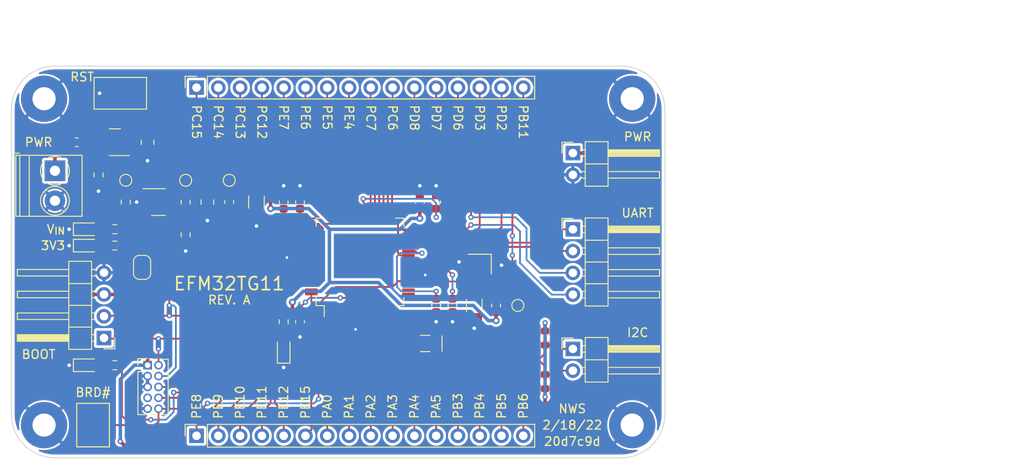
<source format=kicad_pcb>
(kicad_pcb (version 20211014) (generator pcbnew)
  (title_block (title "EFM32TG11-Core") (date "2022-02-18") (rev "A") (comment 1 "Rev A: Initial Release"))
  (layers (0 "F.Cu" mixed) (31 "B.Cu" mixed) (34 "B.Paste" user) (35 "F.Paste" user) (36 "B.SilkS" user "B.Silkscreen") (37 "F.SilkS" user "F.Silkscreen") (38 "B.Mask" user) (39 "F.Mask" user) (44 "Edge.Cuts" user))
  (property "gitHash" "20d7c9d")
  (net 0 "")
  (net 1 "Net-(C1-Pad1)")
  (net 2 "GND")
  (net 3 "+3V3")
  (net 4 "VDD")
  (net 5 "VDDA")
  (net 6 "Net-(C11-Pad1)")
  (net 7 "Net-(D1-Pad2)")
  (net 8 "Net-(D2-Pad2)")
  (net 9 "Net-(D3-Pad2)")
  (net 10 "Net-(D4-Pad2)")
  (net 11 "Net-(F1-Pad1)")
  (net 12 "Net-(F1-Pad2)")
  (net 13 "/IO Connectors/UART1_{CTS}")
  (net 14 "/IO Connectors/UART1_{RTS}")
  (net 15 "/IO Connectors/UART1_{TX}")
  (net 16 "/IO Connectors/UART1_{RX}")
  (net 17 "/IO Connectors/I2C1_{SDA}")
  (net 18 "/IO Connectors/I2C1_{SCL}")
  (net 19 "/MCU/TX_{BOOT}")
  (net 20 "/MCU/RX_{BOOT}")
  (net 21 "/MCU/~{RST}")
  (net 22 "/MCU/TDI_{JTAG}")
  (net 23 "/MCU/TDO_{JTAG}")
  (net 24 "/MCU/SWCLK")
  (net 25 "/MCU/SWDIO")
  (net 26 "/IO Connectors/PB6")
  (net 27 "/IO Connectors/PB5")
  (net 28 "/IO Connectors/PB4")
  (net 29 "/IO Connectors/PB3")
  (net 30 "/IO Connectors/PA5")
  (net 31 "/IO Connectors/PA4")
  (net 32 "/IO Connectors/PA3")
  (net 33 "/IO Connectors/PA2")
  (net 34 "/IO Connectors/PA1")
  (net 35 "/IO Connectors/PA0")
  (net 36 "/IO Connectors/PE15")
  (net 37 "/IO Connectors/PE12")
  (net 38 "/IO Connectors/PE11")
  (net 39 "/IO Connectors/PE10")
  (net 40 "/IO Connectors/PE9")
  (net 41 "/IO Connectors/PE8")
  (net 42 "/IO Connectors/PB11")
  (net 43 "/IO Connectors/PD2")
  (net 44 "/IO Connectors/PD3")
  (net 45 "/IO Connectors/PD6")
  (net 46 "/IO Connectors/PD7")
  (net 47 "/IO Connectors/PD8")
  (net 48 "/IO Connectors/PC6")
  (net 49 "/IO Connectors/PC7")
  (net 50 "/IO Connectors/PE4")
  (net 51 "/IO Connectors/PE5")
  (net 52 "/IO Connectors/PE6")
  (net 53 "/IO Connectors/PE7")
  (net 54 "/IO Connectors/PC12")
  (net 55 "/IO Connectors/PC13")
  (net 56 "/IO Connectors/PC14")
  (net 58 "/IO Connectors/PC15")
  (net 59 "Net-(R3-Pad2)")
  (net 60 "Net-(Q1-Pad1)")
  (net 61 "Net-(R1-Pad2)")
  (net 62 "/MCU/BTLDR")
  (net 63 "/MCU/USR")
  (net 64 "/MCU/PE15")
  (net 66 "/MCU/PE12")
  (net 67 "/MCU/PE11")
  (net 68 "/MCU/PE10")
  (net 69 "/MCU/PE9")
  (net 70 "/MCU/PE8")
  (net 72 "/MCU/PC15")
  (net 73 "/MCU/PC14")
  (net 74 "/MCU/PC13")
  (net 75 "/MCU/PC12")
  (net 76 "/MCU/PE7")
  (net 77 "/MCU/PE6")
  (net 78 "/MCU/PE5")
  (net 79 "/MCU/PE4")
  (net 80 "/MCU/PC7")
  (net 81 "/MCU/PC6")
  (net 82 "/MCU/PD8")
  (net 83 "/MCU/PD7")
  (net 84 "/MCU/PD6")
  (net 87 "/MCU/PD3")
  (net 88 "/MCU/PD2")
  (net 90 "/MCU/HFXTALN")
  (net 91 "/MCU/HFXTALP")
  (net 92 "/MCU/PB11")
  (net 93 "/MCU/LFXTALN")
  (net 94 "/MCU/LFXTALP")
  (net 95 "/MCU/I2C1_{SCL}")
  (net 96 "/MCU/I2C1_{SDA}")
  (net 97 "/MCU/PB6")
  (net 98 "/MCU/PB5")
  (net 99 "/MCU/PB4")
  (net 100 "/MCU/PB3")
  (net 101 "/MCU/PA5")
  (net 102 "/MCU/PA4")
  (net 103 "/MCU/PA3")
  (net 104 "/MCU/PA2")
  (net 105 "/MCU/PA1")
  (net 106 "/MCU/PA0")
  (footprint "Capacitor_SMD:C_0603_1608Metric" (layer "F.Cu") (at 144.78 106.68 -90)
    (fp_text reference "C9" hide)
    (fp_text value "10n")
  )
  (footprint "Connector_PinHeader_2.54mm:PinHeader_1x02_P2.54mm_Horizontal" (layer "F.Cu") (at 160.725 88.895)
    (fp_text reference "J2" hide)
    (fp_text value "EXT_PWR")
  )
  (footprint "TerminalBlock_Phoenix:TerminalBlock_Phoenix_PT-1,5-2-3.5-H_1x02_P3.50mm_Horizontal" (layer "F.Cu") (at 100.33 90.96 -90)
    (fp_text reference "J1" hide)
    (fp_text value "PWR_IN")
  )
  (footprint "NetTie:NetTie-2_THT_Pad0.3mm" (layer "F.Cu") (at 112.395 111.76 90)
    (fp_text reference "NT2" hide)
    (fp_text value "NetTie_2" hide)
  )
  (footprint "Inductor_SMD:L_0603_1608Metric" (layer "F.Cu") (at 120.65 94.615 90)
    (fp_text reference "FB1" hide)
    (fp_text value "1k@100MHz")
  )
  (footprint "TestPoint:TestPoint_Pad_D1.0mm" (layer "F.Cu") (at 120.65 92.075)
    (fp_text reference "TP3" hide)
    (fp_text value "TestPoint")
  )
  (footprint "Resistor_SMD:R_0603_1608Metric" (layer "F.Cu") (at 107.315 113.665 180)
    (fp_text reference "R7" hide)
    (fp_text value "2k2")
  )
  (footprint "Crystal:Crystal_SMD_2016-4Pin_2.0x1.6mm" (layer "F.Cu") (at 149.86 101.854 180)
    (fp_text reference "Y2" hide)
    (fp_text value "48MHz")
  )
  (footprint "NetTie:NetTie-2_THT_Pad0.3mm" (layer "F.Cu") (at 113.665 106.68 -90)
    (fp_text reference "NT1" hide)
    (fp_text value "NetTie_2" hide)
  )
  (footprint "Capacitor_SMD:C_0603_1608Metric" (layer "F.Cu") (at 146.685 106.68 -90)
    (fp_text reference "C10" hide)
    (fp_text value "10n")
  )
  (footprint "Diode_SMD:D_0603_1608Metric_Pad1.05x0.95mm_HandSolder" (layer "F.Cu") (at 127 111.76 90)
    (fp_text reference "D4" hide)
    (fp_text value "USR_LED")
  )
  (footprint "Capacitor_SMD:C_0805_2012Metric" (layer "F.Cu") (at 111.125 87.63 -90)
    (fp_text reference "C1" hide)
    (fp_text value "4u7")
  )
  (footprint "Capacitor_SMD:C_1206_3216Metric" (layer "F.Cu") (at 149.225 106.68 -90)
    (fp_text reference "C8" hide)
    (fp_text value "10u")
  )
  (footprint "Resistor_SMD:R_0603_1608Metric" (layer "F.Cu") (at 105.41 91.44 -90)
    (fp_text reference "R5" hide)
    (fp_text value "100k")
  )
  (footprint "Resistor_SMD:R_0603_1608Metric" (layer "F.Cu") (at 157.48 110.49 -90)
    (fp_text reference "R10" hide)
    (fp_text value "4k7")
  )
  (footprint "Jumper:SolderJumper-2_P1.3mm_Open_RoundedPad1.0x1.5mm" (layer "F.Cu") (at 110.49 102.235 -90)
    (fp_text reference "JP1" hide)
    (fp_text value "BOOT")
  )
  (footprint "Diode_SMD:D_0603_1608Metric_Pad1.05x0.95mm_HandSolder" (layer "F.Cu") (at 104.14 99.695)
    (fp_text reference "D2" hide)
    (fp_text value "3V3_LED")
  )
  (footprint "MountingHole:MountingHole_2.7mm_M2.5_Pad" (layer "F.Cu") (at 167.64 82.55)
    (fp_text reference "H3" hide)
    (fp_text value "M2.5")
  )
  (footprint "Connector_PinHeader_2.54mm:PinHeader_1x02_P2.54mm_Horizontal" (layer "F.Cu") (at 160.725 111.755)
    (fp_text reference "J4" hide)
    (fp_text value "EXT_I2C")
  )
  (footprint "MountingHole:MountingHole_2.7mm_M2.5_Pad" (layer "F.Cu") (at 99.06 82.55)
    (fp_text reference "H1" hide)
    (fp_text value "M2.5")
  )
  (footprint "Diode_SMD:D_0603_1608Metric_Pad1.05x0.95mm_HandSolder" (layer "F.Cu") (at 104.14 113.665)
    (fp_text reference "D3" hide)
    (fp_text value "BOOT_LED")
  )
  (footprint "Resistor_SMD:R_0603_1608Metric" (layer "F.Cu") (at 127 108.585 -90)
    (fp_text reference "R8" hide)
    (fp_text value "2k2")
  )
  (footprint "Package_QFP:TQFP-64_10x10mm_P0.5mm" (layer "F.Cu") (at 135.89 101.6 90)
    (fp_text reference "U2" hide)
    (fp_text value "EFM32TG11B340F64GQ64")
  )
  (footprint "Resistor_SMD:R_0603_1608Metric" (layer "F.Cu") (at 115.57 94.615 -90)
    (fp_text reference "R3" hide)
    (fp_text value "2M")
  )
  (footprint "Connector_PinSocket_2.54mm:PinSocket_1x16_P2.54mm_Vertical" (layer "F.Cu") (at 116.84 121.895 90)
    (fp_text reference "J7" hide)
    (fp_text value "GPIO_LO")
  )
  (footprint "Package_TO_SOT_SMD:SOT-23-5" (layer "F.Cu") (at 112.395 94.615)
    (fp_text reference "U1" hide)
    (fp_text value "TPS7A24")
  )
  (footprint "Crystal:Crystal_SMD_MicroCrystal_CC7V-T1A-2Pin_3.2x1.5mm" (layer "F.Cu") (at 143.51 111.125 180)
    (fp_text reference "Y1" hide)
    (fp_text value "32.7680KHz")
  )
  (footprint "Capacitor_SMD:C_0603_1608Metric" (layer "F.Cu") (at 128.905 108.585 -90)
    (fp_text reference "C7" hide)
    (fp_text value "100n")
  )
  (footprint "TestPoint:TestPoint_Pad_D1.0mm" (layer "F.Cu") (at 154.305 106.68)
    (fp_text reference "TP4" hide)
    (fp_text value "TestPoint")
  )
  (footprint "Connector_PinHeader_2.54mm:PinHeader_1x04_P2.54mm_Horizontal" (layer "F.Cu") (at 106.045 110.48 180)
    (fp_text reference "J5" hide)
    (fp_text value "BOOT")
  )
  (footprint "Capacitor_SMD:C_1206_3216Metric" (layer "F.Cu") (at 123.825 94.615 -90)
    (fp_text reference "C3" hide)
    (fp_text value "10u")
  )
  (footprint "Capacitor_SMD:C_0805_2012Metric" (layer "F.Cu") (at 118.11 94.615 -90)
    (fp_text reference "C2" hide)
    (fp_text value "4u7")
  )
  (footprint "Resistor_SMD:R_0603_1608Metric" (layer "F.Cu") (at 107.315 97.79 180)
    (fp_text reference "R2" hide)
    (fp_text value "2k2")
  )
  (footprint "Connector_PinSocket_2.54mm:PinSocket_1x16_P2.54mm_Vertical" (layer "F.Cu") (at 116.84 81.255 90)
    (fp_text reference "J8" hide)
    (fp_text value "GPIO_HI")
  )
  (footprint "Diode_SMD:D_0603_1608Metric_Pad1.05x0.95mm_HandSolder" (layer "F.Cu") (at 104.14 97.79)
    (fp_text reference "D1" hide)
    (fp_text value "PWR_LED")
  )
  (footprint "MountingHole:MountingHole_2.7mm_M2.5_Pad" (layer "F.Cu") (at 99.06 120.65)
    (fp_text reference "H2" hide)
    (fp_text value "M2.5")
  )
  (footprint "TestPoint:TestPoint_Pad_D1.0mm" (layer "F.Cu") (at 115.57 92.075)
    (fp_text reference "TP2" hide)
    (fp_text value "TestPoint")
  )
  (footprint "TestPoint:TestPoint_Pad_D1.0mm" (layer "F.Cu") (at 108.585 92.075)
    (fp_text reference "TP1" hide)
    (fp_text value "TestPoint")
  )
  (footprint "Connector_PinHeader_2.54mm:PinHeader_1x04_P2.54mm_Horizontal" (layer "F.Cu") (at 160.725 97.8)
    (fp_text reference "J3" hide)
    (fp_text value "EXT_UART")
  )
  (footprint "Capacitor_SMD:C_0603_1608Metric" (layer "F.Cu") (at 144.78 94.615 90)
    (fp_text reference "C4" hide)
    (fp_text value "100n")
  )
  (footprint "Capacitor_SMD:C_0603_1608Metric" (layer "F.Cu") (at 127 94.615 90)
    (fp_text reference "C5" hide)
    (fp_text value "100n")
  )
  (footprint "MountingHole:MountingHole_2.7mm_M2.5_Pad" (layer "F.Cu") (at 167.64 120.65)
    (fp_text reference "H4" hide)
    (fp_text value "M2.5")
  )
  (footprint "Inductor_SMD:L_0603_1608Metric" (layer "F.Cu") (at 151.765 106.68 90)
    (fp_text reference "FB2" hide)
    (fp_text value "1k@100MHz")
  )
  (footprint "Package_TO_SOT_SMD:SOT-23" (layer "F.Cu") (at 107.315 87.63 180)
    (fp_text reference "Q1" hide)
    (fp_text value "Si2301CDS")
  )
  (footprint "Capacitor_SMD:C_0603_1608Metric" (layer "F.Cu") (at 128.905 94.615 90)
    (fp_text reference "C11" hide)
    (fp_text value "1u")
  )
  (footprint "Capacitor_SMD:C_0603_1608Metric" (layer "F.Cu") (at 142.875 94.615 90)
    (fp_text reference "C6" hide)
    (fp_text value "100n")
  )
  (footprint "Resistor_SMD:R_0603_1608Metric" (layer "F.Cu") (at 157.48 115.57 90)
    (fp_text reference "R9" hide)
    (fp_text value "4k7")
  )
  (footprint "Resistor_SMD:R_0603_1608Metric" (layer "F.Cu") (at 115.57 98.425 -90)
    (fp_text reference "R6" hide)
    (fp_text value "1M2")
  )
  (footprint "Button_Switch_SMD:SW_SPST_CK_RS282G05A3" (layer "F.Cu") (at 107.95 81.915)
    (fp_text reference "SW1" hide)
    (fp_text value "SW_Push")
  )
  (footprint "Resistor_SMD:R_0603_1608Metric" (layer "F.Cu") (at 108.585 94.615 -90)
    (fp_text reference "R1" hide)
    (fp_text value "0")
  )
  (footprint "Connector_PinHeader_1.27mm:PinHeader_2x05_P1.27mm_Vertical" (layer "F.Cu") (at 111.135 113.655)
    (fp_text reference "J6" hide)
    (fp_text value "Conn_ARM_JTAG_SWD_10")
  )
  (footprint "Fuse:Fuse_0603_1608Metric" (layer "F.Cu") (at 102.87 87.63)
    (fp_text reference "F1" hide)
    (fp_text value "1A")
  )
  (footprint "Resistor_SMD:R_0603_1608Metric" (layer "F.Cu") (at 107.315 99.695 180)
    (fp_text reference "R4" hide)
    (fp_text value "2k2")
  )
  (gr_rect (start 102.87 118.11) (end 106.68 123.19) (layer "F.SilkS") (width 0.127) (fill none))
  (gr_line (start 171.45 83.82) (end 171.45 119.38) (layer "Edge.Cuts") (width 0.1))
  (gr_arc (start 100.33 124.46) (mid 96.737898 122.972102) (end 95.25 119.38) (layer "Edge.Cuts") (width 0.1))
  (gr_line (start 166.37 124.46) (end 100.33 124.46) (layer "Edge.Cuts") (width 0.1))
  (gr_arc (start 166.37 78.74) (mid 169.962102 80.227898) (end 171.45 83.82) (layer "Edge.Cuts") (width 0.1))
  (gr_line (start 100.33 78.74) (end 166.37 78.74) (layer "Edge.Cuts") (width 0.1))
  (gr_line (start 95.25 119.38) (end 95.25 83.82) (layer "Edge.Cuts") (width 0.1))
  (gr_arc (start 95.25 83.82) (mid 96.737898 80.227898) (end 100.33 78.74) (layer "Edge.Cuts") (width 0.1))
  (gr_arc (start 171.45 119.38) (mid 169.962102 122.972102) (end 166.37 124.46) (layer "Edge.Cuts") (width 0.1))
  (gr_text "V_{IN}" (at 101.6 97.79) (layer "F.SilkS") (effects (font (size 1.016 1.016) (thickness 0.1524)) (justify right)))
  (gr_text "BOOT" (at 98.425 112.395) (layer "F.SilkS") (effects (font (size 1.016 1.016) (thickness 0.1524))))
  (gr_text "PC6" (at 139.7 83.185 270) (layer "F.SilkS") (effects (font (size 1.016 1.016) (thickness 0.1524)) (justify left)))
  (gr_text "PWR" (at 168.275 86.995) (layer "F.SilkS") (effects (font (size 1.016 1.016) (thickness 0.1524))))
  (gr_text "PE6" (at 129.54 83.185 270) (layer "F.SilkS") (effects (font (size 1.016 1.016) (thickness 0.1524)) (justify left)))
  (gr_text "EFM32TG11" (at 120.65 104.14) (layer "F.SilkS") (effects (font (size 1.524 1.524) (thickness 0.2032))))
  (gr_text "PB5" (at 152.4 120.015 90) (layer "F.SilkS") (effects (font (size 1.016 1.016) (thickness 0.1524)) (justify left)))
  (gr_text "PC15" (at 116.84 83.185 270) (layer "F.SilkS") (effects (font (size 1.016 1.016) (thickness 0.1524)) (justify left)))
  (gr_text "PD2" (at 152.4 83.185 270) (layer "F.SilkS") (effects (font (size 1.016 1.016) (thickness 0.1524)) (justify left)))
  (gr_text "${gitHash}" (at 160.655 122.555) (layer "F.SilkS") (effects (font (size 1.016 1.016) (thickness 0.1524))))
  (gr_text "PA2" (at 137.16 120.015 90) (layer "F.SilkS") (effects (font (size 1.016 1.016) (thickness 0.1524)) (justify left)))
  (gr_text "PE5" (at 132.08 83.185 270) (layer "F.SilkS") (effects (font (size 1.016 1.016) (thickness 0.1524)) (justify left)))
  (gr_text "PB4" (at 149.86 120.015 90) (layer "F.SilkS") (effects (font (size 1.016 1.016) (thickness 0.1524)) (justify left)))
  (gr_text "PA3" (at 139.7 120.015 90) (layer "F.SilkS") (effects (font (size 1.016 1.016) (thickness 0.1524)) (justify left)))
  (gr_text "PE12" (at 127 120.015 90) (layer "F.SilkS") (effects (font (size 1.016 1.016) (thickness 0.1524)) (justify left)))
  (gr_text "PB3" (at 147.32 120.015 90) (layer "F.SilkS") (effects (font (size 1.016 1.016) (thickness 0.1524)) (justify left)))
  (gr_text "PC7" (at 137.16 83.185 270) (layer "F.SilkS") (effects (font (size 1.016 1.016) (thickness 0.1524)) (justify left)))
  (gr_text "PD6" (at 147.32 83.185 270) (layer "F.SilkS") (effects (font (size 1.016 1.016) (thickness 0.1524)) (justify left)))
  (gr_text "REV. A" (at 120.65 106.045) (layer "F.SilkS") (effects (font (size 1.016 1.016) (thickness 0.1524))))
  (gr_text "RST" (at 103.505 80.01) (layer "F.SilkS") (effects (font (size 1.016 1.016) (thickness 0.1524))))
  (gr_text "NWS" (at 160.655 118.745) (layer "F.SilkS") (effects (font (size 1.016 1.016) (thickness 0.1524))))
  (gr_text "PE7" (at 127 83.185 270) (layer "F.SilkS") (effects (font (size 1.016 1.016) (thickness 0.1524)) (justify left)))
  (gr_text "PD8" (at 142.24 83.185 270) (layer "F.SilkS") (effects (font (size 1.016 1.016) (thickness 0.1524)) (justify left)))
  (gr_text "PA5" (at 144.78 120.015 90) (layer "F.SilkS") (effects (font (size 1.016 1.016) (thickness 0.1524)) (justify left)))
  (gr_text "PE4" (at 134.62 83.185 270) (layer "F.SilkS") (effects (font (size 1.016 1.016) (thickness 0.1524)) (justify left)))
  (gr_text "PA4" (at 142.24 120.015 90) (layer "F.SilkS") (effects (font (size 1.016 1.016) (thickness 0.1524)) (justify left)))
  (gr_text "PWR" (at 98.425 87.63) (layer "F.SilkS") (effects (font (size 1.016 1.016) (thickness 0.1524))))
  (gr_text "PE10" (at 121.92 120.015 90) (layer "F.SilkS") (effects (font (size 1.016 1.016) (thickness 0.1524)) (justify left)))
  (gr_text "PE9" (at 119.38 120.015 90) (layer "F.SilkS") (effects (font (size 1.016 1.016) (thickness 0.1524)) (justify left)))
  (gr_text "I2C" (at 168.275 109.855) (layer "F.SilkS") (effects (font (size 1.016 1.016) (thickness 0.1524))))
  (gr_text "BRD#" (at 104.775 116.84) (layer "F.SilkS") (effects (font (size 1.016 1.016) (thickness 0.1524))))
  (gr_text "PE11" (at 124.46 120.015 90) (layer "F.SilkS") (effects (font (size 1.016 1.016) (thickness 0.1524)) (justify left)))
  (gr_text "PC12" (at 124.46 83.185 270) (layer "F.SilkS") (effects (font (size 1.016 1.016) (thickness 0.1524)) (justify left)))
  (gr_text "PE15" (at 129.54 120.015 90) (layer "F.SilkS") (effects (font (size 1.016 1.016) (thickness 0.1524)) (justify left)))
  (gr_text "3V3" (at 101.6 99.695) (layer "F.SilkS") (effects (font (size 1.016 1.016) (thickness 0.1524)) (justify right)))
  (gr_text "PC14" (at 119.38 83.185 270) (layer "F.SilkS") (effects (font (size 1.016 1.016) (thickness 0.1524)) (justify left)))
  (gr_text "PD7" (at 144.78 83.185 270) (layer "F.SilkS") (effects (font (size 1.016 1.016) (thickness 0.1524)) (justify left)))
  (gr_text "PC13" (at 121.92 83.185 270) (layer "F.SilkS") (effects (font (size 1.016 1.016) (thickness 0.1524)) (justify left)))
  (gr_text "PB11" (at 154.94 83.185 270) (layer "F.SilkS") (effects (font (size 1.016 1.016) (thickness 0.1524)) (justify left)))
  (gr_text "PE8" (at 116.84 120.015 90) (layer "F.SilkS") (effects (font (size 1.016 1.016) (thickness 0.1524)) (justify left)))
  (gr_text "PD3" (at 149.86 83.185 270) (layer "F.SilkS") (effects (font (size 1.016 1.016) (thickness 0.1524)) (justify left)))
  (gr_text "PB6" (at 154.94 120.015 90) (layer "F.SilkS") (effects (font (size 1.016 1.016) (thickness 0.1524)) (justify left)))
  (gr_text "UART" (at 168.275 95.885) (layer "F.SilkS") (effects (font (size 1.016 1.016) (thickness 0.1524))))
  (gr_text "2/18/22" (at 160.655 120.65) (layer "F.SilkS") (effects (font (size 1.016 1.016) (thickness 0.1524))))
  (gr_text "PA0" (at 132.08 120.015 90) (layer "F.SilkS") (effects (font (size 1.016 1.016) (thickness 0.1524)) (justify left)))
  (gr_text "PA1" (at 134.62 120.015 90) (layer "F.SilkS") (effects (font (size 1.016 1.016) (thickness 0.1524)) (justify left)))
  (segment (start 108.71 93.665) (end 108.585 93.79) (width 0.4064) (layer "F.Cu") (net 1))
  (segment (start 112.395 86.995) (end 112.08 86.68) (width 0.4064) (layer "F.Cu") (net 1))
  (segment (start 108.585 92.075) (end 108.585 93.79) (width 0.4064) (layer "F.Cu") (net 1))
  (segment (start 108.585 93.79) (end 107.886 93.79) (width 0.4064) (layer "F.Cu") (net 1))
  (segment (start 108.14 96.71) (end 108.14 97.79) (width 0.4064) (layer "F.Cu") (net 1))
  (segment (start 112.08 86.68) (end 111.125 86.68) (width 0.4064) (layer "F.Cu") (net 1))
  (segment (start 111.2575 93.665) (end 111.2575 91.4345) (width 0.4064) (layer "F.Cu") (net 1))
  (segment (start 107.886 93.79) (end 107.442 94.234) (width 0.4064) (layer "F.Cu") (net 1))
  (segment (start 112.395 90.297) (end 112.395 86.995) (width 0.4064) (layer "F.Cu") (net 1))
  (segment (start 111.2575 91.4345) (end 112.395 90.297) (width 0.4064) (layer "F.Cu") (net 1))
  (segment (start 107.442 94.234) (end 107.442 96.012) (width 0.4064) (layer "F.Cu") (net 1))
  (segment (start 108.2525 86.68) (end 111.125 86.68) (width 0.4064) (layer "F.Cu") (net 1))
  (segment (start 111.2575 93.665) (end 108.71 93.665) (width 0.4064) (layer "F.Cu") (net 1))
  (segment (start 107.442 96.012) (end 108.14 96.71) (width 0.4064) (layer "F.Cu") (net 1))
  (segment (start 143.002 103.124) (end 143.51 103.124) (width 0.2032) (layer "F.Cu") (net 2))
  (segment (start 128.528 101.35) (end 128.27 101.092) (width 0.2032) (layer "F.Cu") (net 2))
  (segment (start 148.378 101.304) (end 148.082 101.6) (width 0.4064) (layer "F.Cu") (net 2))
  (segment (start 103.265 113.665) (end 101.981 113.665) (width 0.4064) (layer "F.Cu") (net 2))
  (segment (start 149.225 108.155) (end 149.225 109.347) (width 0.4064) (layer "F.Cu") (net 2))
  (segment (start 144.78 93.84) (end 144.78 92.71) (width 0.4064) (layer "F.Cu") (net 2))
  (segment (start 149.16 101.304) (end 149.31 101.304) (width 0.2032) (layer "F.Cu") (net 2))
  (segment (start 128.905 93.84) (end 128.905 92.71) (width 0.4064) (layer "F.Cu") (net 2))
  (segment (start 151.215 102.404) (end 151.638 101.981) (width 0.4064) (layer "F.Cu") (net 2))
  (segment (start 111.125 88.58) (end 111.125 89.789) (width 0.4064) (layer "F.Cu") (net 2))
  (segment (start 142.728 102.85) (end 143.002 103.124) (width 0.2032) (layer "F.Cu") (net 2))
  (segment (start 149.31 101.304) (end 150.41 102.404) (width 0.254) (layer "F.Cu") (net 2))
  (segment (start 135.382 108.839) (end 135.382 109.474) (width 0.2032) (layer "F.Cu") (net 2))
  (segment (start 115.57 99.25) (end 115.57 100.33) (width 0.4064) (layer "F.Cu") (net 2))
  (segment (start 127 112.635) (end 127 113.919) (width 0.4064) (layer "F.Cu") (net 2))
  (segment (start 150.56 102.404) (end 151.215 102.404) (width 0.4064) (layer "F.Cu") (net 2))
  (segment (start 103.265 97.79) (end 101.981 97.79) (width 0.4064) (layer "F.Cu") (net 2))
  (segment (start 128.905 109.36) (end 128.905 110.363) (width 0.4064) (layer "F.Cu") (net 2))
  (segment (start 103.265 99.695) (end 101.981 99.695) (width 0.4064) (layer "F.Cu") (net 2))
  (segment (start 104.05 81.915) (end 105.537 81.915) (width 0.4064) (layer "F.Cu") (net 2))
  (segment (start 151.638 101.981) (end 152.4 101.981) (width 0.4064) (layer "F.Cu") (net 2))
  (segment (start 141.5525 102.85) (end 142.728 102.85) (width 0.2032) (layer "F.Cu") (net 2))
  (segment (start 142.875 93.84) (end 142.875 92.71) (width 0.4064) (layer "F.Cu") (net 2))
  (segment (start 146.685 107.455) (end 146.685 108.585) (width 0.4064) (layer "F.Cu") (net 2))
  (segment (start 118.11 95.565) (end 118.11 96.774) (width 0.4064) (layer "F.Cu") (net 2))
  (segment (start 127 93.84) (end 127 92.71) (width 0.4064) (layer "F.Cu") (net 2))
  (segment (start 130.2275 101.35) (end 128.528 101.35) (width 0.2032) (layer "F.Cu") (net 2))
  (segment (start 105.41 92.265) (end 105.41 93.345) (width 0.4064) (layer "F.Cu") (net 2))
  (segment (start 144.78 107.455) (end 144.78 108.585) (width 0.4064) (layer "F.Cu") (net 2))
  (segment (start 128.27 101.092) (end 127.381 101.092) (width 0.2032) (layer "F.Cu") (net 2))
  (segment (start 150.41 102.404) (end 150.56 102.404) (width 0.2032) (layer "F.Cu") (net 2))
  (segment (start 123.825 96.09) (end 123.825 97.409) (width 0.4064) (layer "F.Cu") (net 2))
  (segment (start 148.082 101.6) (end 147.447 101.6) (width 0.4064) (layer "F.Cu") (net 2))
  (segment (start 149.16 101.304) (end 148.378 101.304) (width 0.4064) (layer "F.Cu") (net 2))
  (segment (start 135.64 108.581) (end 135.382 108.839) (width 0.2032) (layer "F.Cu") (net 2))
  (segment (start 111.2575 94.615) (end 109.855 94.615) (width 0.4064) (layer "F.Cu") (net 2))
  (segment (start 135.64 107.2625) (end 135.64 108.581) (width 0.2032) (layer "F.Cu") (net 2))
  (via (at 128.905 110.363) (size 0.8128) (drill 0.4064) (layers "F.Cu" "B.Cu") (net 2))
  (via (at 143.51 103.124) (size 0.6096) (drill 0.3048) (layers "F.Cu" "B.Cu") (net 2))
  (via (at 118.11 96.774) (size 0.8128) (drill 0.4064) (layers "F.Cu" "B.Cu") (net 2))
  (via (at 101.981 113.665) (size 0.8128) (drill 0.4064) (layers "F.Cu" "B.Cu") (net 2))
  (via (at 127.381 101.092) (size 0.6096) (drill 0.3048) (layers "F.Cu" "B.Cu") (net 2))
  (via (at 144.78 108.585) (size 0.8128) (drill 0.4064) (layers "F.Cu" "B.Cu") (net 2))
  (via (at 128.905 92.71) (size 0.8128) (drill 0.4064) (layers "F.Cu" "B.Cu") (net 2))
  (via (at 105.537 81.915) (size 0.8128) (drill 0.4064) (layers "F.Cu" "B.Cu") (net 2))
  (via (at 149.225 109.347) (size 0.8128) (drill 0.4064) (layers "F.Cu" "B.Cu") (net 2))
  (via (at 127 92.71) (size 0.8128) (drill 0.4064) (layers "F.Cu" "B.Cu") (net 2))
  (via (at 111.125 89.789) (size 0.8128) (drill 0.4064) (layers "F.Cu" "B.Cu") (net 2))
  (via (at 123.825 97.409) (size 0.8128) (drill 0.4064) (layers "F.Cu" "B.Cu") (net 2))
  (via (at 109.855 94.615) (size 0.8128) (drill 0.4064) (layers "F.Cu" "B.Cu") (net 2))
  (via (at 144.78 92.71) (size 0.8128) (drill 0.4064) (layers "F.Cu" "B.Cu") (net 2))
  (via (at 147.447 101.6) (size 0.8128) (drill 0.4064) (layers "F.Cu" "B.Cu") (net 2))
  (via (at 127 113.919) (size 0.8128) (drill 0.4064) (layers "F.Cu" "B.Cu") (net 2))
  (via (at 105.41 93.345) (size 0.8128) (drill 0.4064) (layers "F.Cu" "B.Cu") (net 2))
  (via (at 142.875 92.71) (size 0.8128) (drill 0.4064) (layers "F.Cu" "B.Cu") (net 2))
  (via (at 115.57 100.33) (size 0.8128) (drill 0.4064) (layers "F.Cu" "B.Cu") (net 2))
  (via (at 152.4 101.981) (size 0.8128) (drill 0.4064) (layers "F.Cu" "B.Cu") (net 2))
  (via (at 146.685 108.585) (size 0.8128) (drill 0.4064) (layers "F.Cu" "B.Cu") (net 2))
  (via (at 135.382 109.474) (size 0.6096) (drill 0.3048) (layers "F.Cu" "B.Cu") (net 2))
  (via (at 101.981 97.79) (size 0.8128) (drill 0.4064) (layers "F.Cu" "B.Cu") (net 2))
  (via (at 101.981 99.695) (size 0.8128) (drill 0.4064) (layers "F.Cu" "B.Cu") (net 2))
  (segment (start 110.617 112.268) (end 111.135 112.786) (width 0.4064) (layer "F.Cu") (net 3))
  (segment (start 104.785 105.4) (end 104.267 105.918) (width 0.4064) (layer "F.Cu") (net 3))
  (segment (start 107.325 105.4) (end 108.585 104.14) (width 0.4064) (layer "F.Cu") (net 3))
  (segment (start 106.045 105.4) (end 104.785 105.4) (width 0.4064) (layer "F.Cu") (net 3))
  (segment (start 109.235 101.585) (end 110.49 101.585) (width 0.4064) (layer "F.Cu") (net 3))
  (segment (start 113.015 101.585) (end 118.887 101.585) (width 0.4064) (layer "F.Cu") (net 3))
  (segment (start 111.135 112.786) (end 111.135 113.655) (width 0.4064) (layer "F.Cu") (net 3))
  (segment (start 104.267 105.918) (end 104.267 111.506) (width 0.4064) (layer "F.Cu") (net 3))
  (segment (start 164.338 90.551) (end 162.682 88.895) (width 0.4064) (layer "F.Cu") (net 3))
  (segment (start 157.48 119.634) (end 157.48 117.348) (width 0.4064) (layer "F.Cu") (net 3))
  (segment (start 105.029 112.268) (end 110.617 112.268) (width 0.4064) (layer "F.Cu") (net 3))
  (segment (start 161.163 119.634) (end 164.338 116.459) (width 0.4064) (layer "F.Cu") (net 3))
  (segment (start 109.093 123.698) (end 107.95 122.555) (width 0.4064) (layer "F.Cu") (net 3))
  (segment (start 118.887 101.585) (end 120.65 99.822) (width 0.4064) (layer "F.Cu") (net 3))
  (segment (start 115.57 92.075) (end 115.57 93.79) (width 0.4064) (layer "F.Cu") (net 3))
  (segment (start 104.267 111.506) (end 105.029 112.268) (width 0.4064) (layer "F.Cu") (net 3))
  (segment (start 120.65 95.4025) (end 119.9135 95.4025) (width 0.4064) (layer "F.Cu") (net 3))
  (segment (start 119.507 94.041) (end 119.131 93.665) (width 0.4064) (layer "F.Cu") (net 3))
  (segment (start 157.48 108.712) (end 157.48 109.665) (width 0.4064) (layer "F.Cu") (net 3))
  (segment (start 157.48 117.348) (end 157.48 116.395) (width 0.4064) (layer "F.Cu") (net 3))
  (segment (start 115.695 93.665) (end 115.57 93.79) (width 0.4064) (layer "F.Cu") (net 3))
  (segment (start 108.585 104.14) (end 108.585 102.235) (width 0.4064) (layer "F.Cu") (net 3))
  (segment (start 157.48 119.634) (end 157.48 121.92) (width 0.4064) (layer "F.Cu") (net 3))
  (segment (start 157.48 121.92) (end 155.702 123.698) (width 0.4064) (layer "F.Cu") (net 3))
  (segment (start 113.03 101.57) (end 113.015 101.585) (width 0.4064) (layer "F.Cu") (net 3))
  (segment (start 112.395 99.695) (end 113.03 100.33) (width 0.4064) (layer "F.Cu") (net 3))
  (segment (start 164.338 116.459) (end 164.338 90.551) (width 0.4064) (layer "F.Cu") (net 3))
  (segment (start 118.11 93.665) (end 115.695 93.665) (width 0.4064) (layer "F.Cu") (net 3))
  (segment (start 155.702 123.698) (end 109.093 123.698) (width 0.4064) (layer "F.Cu") (net 3))
  (segment (start 113.5325 93.665) (end 115.445 93.665) (width 0.4064) (layer "F.Cu") (net 3))
  (segment (start 115.445 93.665) (end 115.57 93.79) (width 0.4064) (layer "F.Cu") (net 3))
  (segment (start 157.48 119.634) (end 161.163 119.634) (width 0.4064) (layer "F.Cu") (net 3))
  (segment (start 106.045 105.4) (end 107.325 105.4) (width 0.4064) (layer "F.Cu") (net 3))
  (segment (start 110.49 101.585) (end 113.015 101.585) (width 0.4064) (layer "F.Cu") (net 3))
  (segment (start 108.585 102.235) (end 109.235 101.585) (width 0.4064) (layer "F.Cu") (net 3))
  (segment (start 108.14 99.695) (end 112.395 99.695) (width 0.4064) (layer "F.Cu") (net 3))
  (segment (start 120.65 99.822) (end 120.65 95.4025) (width 0.4064) (layer "F.Cu") (net 3))
  (segment (start 113.03 100.33) (end 113.03 101.57) (width 0.4064) (layer "F.Cu") (net 3))
  (segment (start 119.131 93.665) (end 118.11 93.665) (width 0.4064) (layer "F.Cu") (net 3))
  (segment (start 119.9135 95.4025) (end 119.507 94.996) (width 0.4064) (layer "F.Cu") (net 3))
  (segment (start 162.682 88.895) (end 160.725 88.895) (width 0.4064) (layer "F.Cu") (net 3))
  (segment (start 119.507 94.996) (end 119.507 94.041) (width 0.4064) (layer "F.Cu") (net 3))
  (via (at 107.95 122.555) (size 0.6096) (drill 0.3048) (layers "F.Cu" "B.Cu") (net 3))
  (via (at 157.48 117.348) (size 0.6096) (drill 0.3048) (layers "F.Cu" "B.Cu") (net 3))
  (via (at 157.48 108.712) (size 0.6096) (drill 0.3048) (layers "F.Cu" "B.Cu") (net 3))
  (segment (start 111.135 113.655) (end 109.611 113.655) (width 0.4064) (layer "B.Cu") (net 3))
  (segment (start 107.95 115.316) (end 107.95 122.555) (width 0.4064) (layer "B.Cu") (net 3))
  (segment (start 109.611 113.655) (end 107.95 115.316) (width 0.4064) (layer "B.Cu") (net 3))
  (segment (start 157.48 117.348) (end 157.48 108.712) (width 0.4064) (layer "B.Cu") (net 3))
  (segment (start 135.14 107.2625) (end 135.14 106.184) (width 0.2032) (layer "F.Cu") (net 4))
  (segment (start 128.905 106.934) (end 129.54 106.299) (width 0.2032) (layer "F.Cu") (net 4))
  (segment (start 127 95.39) (end 127 96.012) (width 0.2032) (layer "F.Cu") (net 4))
  (segment (start 120.65 92.075) (end 120.65 93.8275) (width 0.4064) (layer "F.Cu") (net 4))
  (segment (start 144.78 95.39) (end 144.78 96.393) (width 0.2032) (layer "F.Cu") (net 4))
  (segment (start 127 96.012) (end 128.143 97.155) (width 0.2032) (layer "F.Cu") (net 4))
  (segment (start 120.65 93.8275) (end 121.6915 93.8275) (width 0.4064) (layer "F.Cu") (net 4))
  (segment (start 142.875 95.39) (end 144.78 95.39) (width 0.4064) (layer "F.Cu") (net 4))
  (segment (start 141.338 95.39) (end 142.875 95.39) (width 0.2032) (layer "F.Cu") (net 4))
  (segment (start 131.064 97.155) (end 131.572 97.663) (width 0.2032) (layer "F.Cu") (net 4))
  (segment (start 142.875 95.39) (end 142.875 96.52) (width 0.4064) (layer "F.Cu") (net 4))
  (segment (start 123.825 93.14) (end 125.271 93.14) (width 0.4064) (layer "F.Cu") (net 4))
  (segment (start 136.271 94.615) (end 136.271 94.234) (width 0.2032) (layer "F.Cu") (net 4))
  (segment (start 136.64 95.9375) (end 136.64 94.984) (width 0.2032) (layer "F.Cu") (net 4))
  (segment (start 140.335 96.393) (end 141.338 95.39) (width 0.2032) (layer "F.Cu") (net 4))
  (segment (start 125.476 93.345) (end 125.476 95.377) (width 0.4064) (layer "F.Cu") (net 4))
  (segment (start 126.987 95.377) (end 125.476 95.377) (width 0.4064) (layer "F.Cu") (net 4))
  (segment (start 128.27 107.823) (end 128.016 107.569) (width 0.4064) (layer "F.Cu") (net 4))
  (segment (start 141.5525 100.85) (end 140.601 100.85) (width 0.2032) (layer "F.Cu") (net 4))
  (segment (start 131.179 100.85) (end 130.2275 100.85) (width 0.2032) (layer "F.Cu") (net 4))
  (segment (start 121.6915 93.8275) (end 122.379 93.14) (width 0.4064) (layer "F.Cu") (net 4))
  (segment (start 131.572 97.663) (end 131.572 100.457) (width 0.2032) (layer "F.Cu") (net 4))
  (segment (start 128.905 107.823) (end 128.905 106.934) (width 0.2032) (layer "F.Cu") (net 4))
  (segment (start 136.64 94.984) (end 136.271 94.615) (width 0.2032) (layer "F.Cu") (net 4))
  (segment (start 128.905 107.823) (end 128.27 107.823) (width 0.4064) (layer "F.Cu") (net 4))
  (segment (start 134.747 105.791) (end 133.604 105.791) (width 0.2032) (layer "F.Cu") (net 4))
  (segment (start 127 95.39) (end 126.987 95.377) (width 0.4064) (layer "F.Cu") (net 4))
  (segment (start 131.572 100.457) (end 131.179 100.85) (width 0.2032) (layer "F.Cu") (net 4))
  (segment (start 140.335 100.584) (end 140.335 96.393) (width 0.2032) (layer "F.Cu") (net 4))
  (segment (start 135.14 106.184) (end 134.747 105.791) (width 0.2032) (layer "F.Cu") (net 4))
  (segment (start 122.379 93.14) (end 123.825 93.14) (width 0.4064) (layer "F.Cu") (net 4))
  (segment (start 125.271 93.14) (end 125.476 93.345) (width 0.4064) (layer "F.Cu") (net 4))
  (segment (start 128.143 97.155) (end 131.064 97.155) (width 0.2032) (layer "F.Cu") (net 4))
  (segment (start 151.765 107.4675) (end 151.765 108.458) (width 0.4064) (layer "F.Cu") (net 4))
  (segment (start 140.601 100.85) (end 140.335 100.584) (width 0.2032) (layer "F.Cu") (net 4))
  (segment (start 128.016 107.569) (end 128.016 106.299) (width 0.4064) (layer "F.Cu") (net 4))
  (via (at 133.604 105.791) (size 0.6096) (drill 0.3048) (layers "F.Cu" "B.Cu") (net 4))
  (via (at 136.271 94.234) (size 0.6096) (drill 0.3048) (layers "F.Cu" "B.Cu") (net 4))
  (via (at 144.78 96.393) (size 0.6096) (drill 0.3048) (layers "F.Cu" "B.Cu") (net 4))
  (via (at 128.016 106.299) (size 0.8128) (drill 0.4064) (layers "F.Cu" "B.Cu") (net 4))
  (via (at 125.476 95.377) (size 0.8128) (drill 0.4064) (layers "F.Cu" "B.Cu") (net 4))
  (via (at 151.765 108.458) (size 0.8128) (drill 0.4064) (layers "F.Cu" "B.Cu") (net 4))
  (via (at 142.875 96.52) (size 0.8128) (drill 0.4064) (layers "F.Cu" "B.Cu") (net 4))
  (via (at 129.54 106.299) (size 0.6096) (drill 0.3048) (layers "F.Cu" "B.Cu") (net 4))
  (segment (start 129.286 105.029) (end 128.016 106.299) (width 0.4064) (layer "B.Cu") (net 4))
  (segment (start 144.78 94.742) (end 144.78 96.393) (width 0.2032) (layer "B.Cu") (net 4))
  (segment (start 144.272 94.234) (end 144.78 94.742) (width 0.2032) (layer "B.Cu") (net 4))
  (segment (start 133.604 105.791) (end 130.048 105.791) (width 0.2032) (layer "B.Cu") (net 4))
  (segment (start 132.334 97.79) (end 129.921 95.377) (width 0.4064) (layer "B.Cu") (net 4))
  (segment (start 150.876 108.458) (end 149.098 106.68) (width 0.4064) (layer "B.Cu") (net 4))
  (segment (start 136.271 94.234) (end 144.272 94.234) (width 0.2032) (layer "B.Cu") (net 4))
  (segment (start 140.589 97.79) (end 141.859 96.52) (width 0.4064) (layer "B.Cu") (net 4))
  (segment (start 151.765 108.458) (end 150.876 108.458) (width 0.4064) (layer "B.Cu") (net 4))
  (segment (start 140.716 106.68) (end 138.049 104.013) (width 0.4064) (layer "B.Cu") (net 4))
  (segment (start 132.334 97.79) (end 140.589 97.79) (width 0.4064) (layer "B.Cu") (net 4))
  (segment (start 130.048 105.791) (end 129.54 106.299) (width 0.2032) (layer "B.Cu") (net 4))
  (segment (start 131.318 105.029) (end 129.286 105.029) (width 0.4064) (layer "B.Cu") (net 4))
  (segment (start 141.859 96.52) (end 142.875 96.52) (width 0.4064) (layer "B.Cu") (net 4))
  (segment (start 129.921 95.377) (end 125.476 95.377) (width 0.4064) (layer "B.Cu") (net 4))
  (segment (start 149.098 106.68) (end 140.716 106.68) (width 0.4064) (layer "B.Cu") (net 4))
  (segment (start 132.334 104.013) (end 131.318 105.029) (width 0.4064) (layer "B.Cu") (net 4))
  (segment (start 132.334 97.79) (end 132.334 104.013) (width 0.4064) (layer "B.Cu") (net 4))
  (segment (start 138.049 104.013) (end 132.334 104.013) (width 0.4064) (layer "B.Cu") (net 4))
  (segment (start 152.8825 105.8925) (end 153.67 106.68) (width 0.4064) (layer "F.Cu") (net 5))
  (segment (start 146.685 105.905) (end 144.78 105.905) (width 0.4064) (layer "F.Cu") (net 5))
  (segment (start 153.67 106.68) (end 154.305 106.68) (width 0.4064) (layer "F.Cu") (net 5))
  (segment (start 151.765 105.8925) (end 151.1045 105.8925) (width 0.4064) (layer "F.Cu") (net 5))
  (segment (start 141.5525 100.35) (end 142.387 100.35) (width 0.2032) (layer "F.Cu") (net 5))
  (segment (start 145.911 102.35) (end 146.685 103.124) (width 0.2032) (layer "F.Cu") (net 5))
  (segment (start 146.698 105.918) (end 146.685 105.905) (width 0.4064) (layer "F.Cu") (net 5))
  (segment (start 142.387 100.35) (end 142.621 100.584) (width 0.2032) (layer "F.Cu") (net 5))
  (segment (start 148.033 105.205) (end 147.32 105.918) (width 0.4064) (layer "F.Cu") (net 5))
  (segment (start 151.1045 105.8925) (end 150.417 105.205) (width 0.4064) (layer "F.Cu") (net 5))
  (segment (start 146.685 105.029) (end 146.685 105.905) (width 0.2032) (layer "F.Cu") (net 5))
  (segment (start 141.5525 102.35) (end 145.911 102.35) (width 0.2032) (layer "F.Cu") (net 5))
  (segment (start 147.32 105.918) (end 146.698 105.918) (width 0.4064) (layer "F.Cu") (net 5))
  (segment (start 151.765 105.8925) (end 152.8825 105.8925) (width 0.4064) (layer "F.Cu") (net 5))
  (segment (start 142.621 100.584) (end 143.128998 100.584) (width 0.2032) (layer "F.Cu") (net 5))
  (segment (start 150.417 105.205) (end 149.225 105.205) (width 0.4064) (layer "F.Cu") (net 5))
  (segment (start 144.78 105.029) (end 144.78 105.905) (width 0.2032) (layer "F.Cu") (net 5))
  (segment (start 149.225 105.205) (end 148.033 105.205) (width 0.4064) (layer "F.Cu") (net 5))
  (via (at 143.128998 100.584) (size 0.6096) (drill 0.3048) (layers "F.Cu" "B.Cu") (net 5))
  (via (at 146.685 105.029) (size 0.6096) (drill 0.3048) (layers "F.Cu" "B.Cu") (net 5))
  (via (at 146.685 103.124) (size 0.6096) (drill 0.3048) (layers "F.Cu" "B.Cu") (net 5))
  (via (at 144.78 105.029) (size 0.6096) (drill 0.3048) (layers "F.Cu" "B.Cu") (net 5))
  (segment (start 140.716 105.029) (end 140.208 104.521) (width 0.2032) (layer "B.Cu") (net 5))
  (segment (start 140.208 104.521) (end 140.208 100.965) (width 0.2032) (layer "B.Cu") (net 5))
  (segment (start 146.685 103.124) (end 146.685 105.029) (width 0.2032) (layer "B.Cu") (net 5))
  (segment (start 140.589 100.584) (end 143.129 100.584) (width 0.2032) (layer "B.Cu") (net 5))
  (segment (start 140.208 100.965) (end 140.589 100.584) (width 0.2032) (layer "B.Cu") (net 5))
  (segment (start 144.78 105.029) (end 140.716 105.029) (width 0.2032) (layer "B.Cu") (net 5))
  (segment (start 136.14 96.905) (end 135.89 97.155) (width 0.2032) (layer "F.Cu") (net 6))
  (segment (start 128.905 96.012) (end 128.905 95.39) (width 0.2032) (layer "F.Cu") (net 6))
  (segment (start 131.064 96.52) (end 129.413 96.52) (width 0.2032) (layer "F.Cu") (net 6))
  (segment (start 136.14 95.9375) (end 136.14 96.905) (width 0.2032) (layer "F.Cu") (net 6))
  (segment (start 129.413 96.52) (end 128.905 96.012) (width 0.2032) (layer "F.Cu") (net 6))
  (segment (start 131.699 97.155) (end 131.064 96.52) (width 0.2032) (layer "F.Cu") (net 6))
  (segment (start 135.89 97.155) (end 131.699 97.155) (width 0.2032) (layer "F.Cu") (net 6))
  (segment (start 106.49 97.79) (end 105.015 97.79) (width 0.4064) (layer "F.Cu") (net 7))
  (segment (start 106.49 99.695) (end 105.015 99.695) (width 0.4064) (layer "F.Cu") (net 8))
  (segment (start 105.015 113.665) (end 106.49 113.665) (width 0.4064) (layer "F.Cu") (net 9))
  (segment (start 127 109.41) (end 127 110.885) (width 0.4064) (layer "F.Cu") (net 10))
  (segment (start 100.33 88.265) (end 100.965 87.63) (width 0.4064) (layer "F.Cu") (net 11))
  (segment (start 100.33 90.96) (end 100.33 88.265) (width 0.4064) (layer "F.Cu") (net 11))
  (segment (start 100.965 87.63) (end 102.0825 87.63) (width 0.4064) (layer "F.Cu") (net 11))
  (segment (start 106.3775 87.63) (end 103.6575 87.63) (width 0.4064) (layer "F.Cu") (net 12))
  (segment (start 148.276 97.85) (end 148.844 97.282) (width 0.2032) (layer "F.Cu") (net 13))
  (segment (start 141.5525 97.85) (end 148.276 97.85) (width 0.2032) (layer "F.Cu") (net 13))
  (via (at 148.844 97.282) (size 0.6096) (drill 0.3048) (layers "F.Cu" "B.Cu") (net 13))
  (segment (start 148.844 97.282) (end 153.797 97.282) (width 0.2032) (layer "B.Cu") (net 13))
  (segment (start 154.559 98.044) (end 154.559 101.727) (width 0.2032) (layer "B.Cu") (net 13))
  (segment (start 153.797 97.282) (end 154.559 98.044) (width 0.2032) (layer "B.Cu") (net 13))
  (segment (start 154.559 101.727) (end 158.252 105.42) (width 0.2032) (layer "B.Cu") (net 13))
  (segment (start 158.252 105.42) (end 160.725 105.42) (width 0.2032) (layer "B.Cu") (net 13))
  (segment (start 148.844 92.075) (end 148.844 96.393) (width 0.2032) (layer "F.Cu") (net 14))
  (segment (start 148.209 91.44) (end 148.844 92.075) (width 0.2032) (layer "F.Cu") (net 14))
  (segment (start 140.335 91.44) (end 148.209 91.44) (width 0.2032) (layer "F.Cu") (net 14))
  (segment (start 139.64 92.135) (end 140.335 91.44) (width 0.2032) (layer "F.Cu") (net 14))
  (segment (start 139.64 95.9375) (end 139.64 92.135) (width 0.2032) (layer "F.Cu") (net 14))
  (via (at 148.844 96.393) (size 0.6096) (drill 0.3048) (layers "F.Cu" "B.Cu") (net 14))
  (segment (start 148.844 96.393) (end 154.051 96.393) (width 0.2032) (layer "B.Cu") (net 14))
  (segment (start 156.855 102.88) (end 160.725 102.88) (width 0.2032) (layer "B.Cu") (net 14))
  (segment (start 155.321 97.663) (end 155.321 101.346) (width 0.2032) (layer "B.Cu") (net 14))
  (segment (start 154.051 96.393) (end 155.321 97.663) (width 0.2032) (layer "B.Cu") (net 14))
  (segment (start 155.321 101.346) (end 156.855 102.88) (width 0.2032) (layer "B.Cu") (net 14))
  (segment (start 157.988 100.33) (end 157.508 99.85) (width 0.2032) (layer "F.Cu") (net 15))
  (segment (start 160.715 100.33) (end 157.988 100.33) (width 0.2032) (layer "F.Cu") (net 15))
  (segment (start 160.725 100.34) (end 160.715 100.33) (width 0.2032) (layer "F.Cu") (net 15))
  (segment (start 157.508 99.85) (end 141.5525 99.85) (width 0.2032) (layer "F.Cu") (net 15))
  (segment (start 158.994 97.8) (end 160.725 97.8) (width 0.2032) (layer "F.Cu") (net 16))
  (segment (start 141.5525 99.35) (end 157.444 99.35) (width 0.2032) (layer "F.Cu") (net 16))
  (segment (start 157.444 99.35) (end 158.994 97.8) (width 0.2032) (layer "F.Cu") (net 16))
  (segment (start 138.14 107.2625) (end 138.14 110.454) (width 0.2032) (layer "F.Cu") (net 17))
  (segment (start 138.14 110.454) (end 140.97 113.284) (width 0.2032) (layer "F.Cu") (net 17))
  (segment (start 158.813 114.745) (end 159.263 114.295) (width 0.2032) (layer "F.Cu") (net 17))
  (segment (start 140.97 113.284) (end 156.972 113.284) (width 0.2032) (layer "F.Cu") (net 17))
  (segment (start 157.48 113.792) (end 157.48 114.745) (width 0.2032) (layer "F.Cu") (net 17))
  (segment (start 159.263 114.295) (end 160.725 114.295) (width 0.2032) (layer "F.Cu") (net 17))
  (segment (start 156.972 113.284) (end 157.48 113.792) (width 0.2032) (layer "F.Cu") (net 17))
  (segment (start 157.48 114.745) (end 158.813 114.745) (width 0.2032) (layer "F.Cu") (net 17))
  (segment (start 156.972 112.776) (end 157.48 112.268) (width 0.2032) (layer "F.Cu") (net 18))
  (segment (start 138.64 110.192) (end 141.224 112.776) (width 0.2032) (layer "F.Cu") (net 18))
  (segment (start 157.48 111.315) (end 158.813 111.315) (width 0.2032) (layer "F.Cu") (net 18))
  (segment (start 141.224 112.776) (end 156.972 112.776) (width 0.2032) (layer "F.Cu") (net 18))
  (segment (start 138.64 107.2625) (end 138.64 110.192) (width 0.2032) (layer "F.Cu") (net 18))
  (segment (start 157.48 112.268) (end 157.48 111.315) (width 0.2032) (layer "F.Cu") (net 18))
  (segment (start 159.263 111.755) (end 160.725 111.755) (width 0.2032) (layer "F.Cu") (net 18))
  (segment (start 158.813 111.315) (end 159.258 111.76) (width 0.2032) (layer "F.Cu") (net 18))
  (segment (start 159.258 111.76) (end 159.263 111.755) (width 0.2032) (layer "F.Cu") (net 18))
  (segment (start 130.2275 97.85) (end 125.924 97.85) (width 0.2032) (layer "F.Cu") (net 19))
  (segment (start 106.105 107.88) (end 106.045 107.94) (width 0.2032) (layer "F.Cu") (net 19))
  (segment (start 125.924 97.85) (end 121.412 102.362) (width 0.2032) (layer "F.Cu") (net 19))
  (segment (start 119.45 107.88) (end 106.105 107.88) (width 0.2032) (layer "F.Cu") (net 19))
  (segment (start 121.412 102.362) (end 121.412 105.918) (width 0.2032) (layer "F.Cu") (net 19))
  (segment (start 121.412 105.918) (end 119.45 107.88) (width 0.2032) (layer "F.Cu") (net 19))
  (segment (start 118.802 110.56) (end 106.125 110.56) (width 0.2032) (layer "F.Cu") (net 20))
  (segment (start 130.2275 98.35) (end 126.186 98.35) (width 0.2032) (layer "F.Cu") (net 20))
  (segment (start 106.125 110.56) (end 106.045 110.48) (width 0.2032) (layer "F.Cu") (net 20))
  (segment (start 126.186 98.35) (end 121.92 102.616) (width 0.2032) (layer "F.Cu") (net 20))
  (segment (start 121.92 102.616) (end 121.92 107.442) (width 0.2032) (layer "F.Cu") (net 20))
  (segment (start 121.92 107.442) (end 118.802 110.56) (width 0.2032) (layer "F.Cu") (net 20))
  (segment (start 112.014 120.65) (end 105.41 120.65) (width 0.2032) (layer "F.Cu") (net 21))
  (segment (start 131.064 106.553) (end 131.064 117.602) (width 0.2032) (layer "F.Cu") (net 21))
  (segment (start 98.552 113.792) (end 98.552 88.646) (width 0.2032) (layer "F.Cu") (net 21))
  (segment (start 109.728 81.915) (end 111.85 81.915) (width 0.2032) (layer "F.Cu") (net 21))
  (segment (start 140.371 103.85) (end 139.7 104.521) (width 0.2032) (layer "F.Cu") (net 21))
  (segment (start 106.553 85.09) (end 109.728 81.915) (width 0.2032) (layer "F.Cu") (net 21))
  (segment (start 117.485 118.735) (end 118.11 118.11) (width 0.2032) (layer "F.Cu") (net 21))
  (segment (start 139.7 104.521) (end 133.096 104.521) (width 0.2032) (layer "F.Cu") (net 21))
  (segment (start 112.405 120.259) (end 112.014 120.65) (width 0.2032) (layer "F.Cu") (net 21))
  (segment (start 98.552 88.646) (end 102.108 85.09) (width 0.2032) (layer "F.Cu") (net 21))
  (segment (start 105.41 120.65) (end 98.552 113.792) (width 0.2032) (layer "F.Cu") (net 21))
  (segment (start 102.108 85.09) (end 106.553 85.09) (width 0.2032) (layer "F.Cu") (net 21))
  (segment (start 133.096 104.521) (end 131.064 106.553) (width 0.2032) (layer "F.Cu") (net 21))
  (segment (start 141.5525 103.85) (end 140.371 103.85) (width 0.2032) (layer "F.Cu") (net 21))
  (segment (start 112.405 118.735) (end 112.405 120.259) (width 0.2032) (layer "F.Cu") (net 21))
  (segment (start 112.405 118.735) (end 117.485 118.735) (width 0.2032) (layer "F.Cu") (net 21))
  (via (at 118.11 118.11) (size 0.6096) (drill 0.3048) (layers "F.Cu" "B.Cu") (net 21))
  (via (at 131.064 117.602) (size 0.6096) (drill 0.3048) (layers "F.Cu" "B.Cu") (net 21))
  (segment (start 118.11 118.11) (end 130.556 118.11) (width 0.2032) (layer "B.Cu") (net 21))
  (segment (start 130.556 118.11) (end 131.064 117.602) (width 0.2032) (layer "B.Cu") (net 21))
  (segment (start 117.993 117.465) (end 123.444 112.014) (width 0.2032) (layer "F.Cu") (net 22))
  (segment (start 112.405 117.465) (end 117.993 117.465) (width 0.2032) (layer "F.Cu") (net 22))
  (segment (start 123.444 112.014) (end 123.444 103.378) (width 0.2032) (layer "F.Cu") (net 22))
  (segment (start 123.444 103.378) (end 126.472 100.35) (width 0.2032) (layer "F.Cu") (net 22))
  (segment (start 126.472 100.35) (end 130.2275 100.35) (width 0.2032) (layer "F.Cu") (net 22))
  (segment (start 122.428 102.87) (end 122.428 108.966) (width 0.2032) (layer "F.Cu") (net 23))
  (segment (start 130.2275 98.85) (end 126.448 98.85) (width 0.2032) (layer "F.Cu") (net 23))
  (segment (start 122.428 108.966) (end 115.199 116.195) (width 0.2032) (layer "F.Cu") (net 23))
  (segment (start 115.199 116.195) (end 112.405 116.195) (width 0.2032) (layer "F.Cu") (net 23))
  (segment (start 126.448 98.85) (end 122.428 102.87) (width 0.2032) (layer "F.Cu") (net 23))
  (segment (start 110.998 104.14) (end 110.49 103.632) (width 0.2032) (layer "F.Cu") (net 24))
  (segment (start 110.49 103.632) (end 110.49 102.885) (width 0.2032) (layer "F.Cu") (net 24))
  (segment (start 113.284 104.14) (end 110.998 104.14) (width 0.2032) (layer "F.Cu") (net 24))
  (segment (start 113.665 104.521) (end 113.284 104.14) (width 0.2032) (layer "F.Cu") (net 24))
  (segment (start 113.665 106.68) (end 113.665 104.521) (width 0.2032) (layer "F.Cu") (net 24))
  (segment (start 114.427 106.934) (end 114.427 113.919) (width 0.2032) (layer "B.Cu") (net 24))
  (segment (start 113.421 114.925) (end 112.405 114.925) (width 0.2032) (layer "B.Cu") (net 24))
  (segment (start 114.173 106.68) (end 114.427 106.934) (width 0.2032) (layer "B.Cu") (net 24))
  (segment (start 114.427 113.919) (end 113.421 114.925) (width 0.2032) (layer "B.Cu") (net 24))
  (segment (start 113.665 106.68) (end 114.173 106.68) (width 0.2032) (layer "B.Cu") (net 24))
  (segment (start 112.395 112.375) (end 112.395 111.76) (width 0.2032) (layer "F.Cu") (net 25))
  (segment (start 112.405 112.385) (end 112.395 112.375) (width 0.2032) (layer "F.Cu") (net 25))
  (segment (start 112.405 113.655) (end 112.405 112.385) (width 0.2032) (layer "F.Cu") (net 25))
  (segment (start 154.94 119.38) (end 149.352 113.792) (width 0.2032) (layer "F.Cu") (net 26))
  (segment (start 154.94 121.895) (end 154.94 119.38) (width 0.2032) (layer "F.Cu") (net 26))
  (segment (start 149.352 113.792) (end 140.716 113.792) (width 0.2032) (layer "F.Cu") (net 26))
  (segment (start 140.716 113.792) (end 137.64 110.716) (width 0.2032) (layer "F.Cu") (net 26))
  (segment (start 137.64 110.716) (end 137.64 107.2625) (width 0.2032) (layer "F.Cu") (net 26))
  (segment (start 137.14 107.2625) (end 137.14 110.978) (width 0.2032) (layer "F.Cu") (net 27))
  (segment (start 152.4 118.872) (end 152.4 121.895) (width 0.2032) (layer "F.Cu") (net 27))
  (segment (start 140.462 114.3) (end 147.828 114.3) (width 0.2032) (layer "F.Cu") (net 27))
  (segment (start 137.14 110.978) (end 140.462 114.3) (width 0.2032) (layer "F.Cu") (net 27))
  (segment (start 147.828 114.3) (end 152.4 118.872) (width 0.2032) (layer "F.Cu") (net 27))
  (segment (start 136.64 107.2625) (end 136.64 111.24) (width 0.2032) (layer "F.Cu") (net 28))
  (segment (start 146.304 114.808) (end 149.86 118.364) (width 0.2032) (layer "F.Cu") (net 28))
  (segment (start 140.208 114.808) (end 146.304 114.808) (width 0.2032) (layer "F.Cu") (net 28))
  (segment (start 136.64 111.24) (end 140.208 114.808) (width 0.2032) (layer "F.Cu") (net 28))
  (segment (start 149.86 118.364) (end 149.86 121.895) (width 0.2032) (layer "F.Cu") (net 28))
  (segment (start 144.78 115.316) (end 147.32 117.856) (width 0.2032) (layer "F.Cu") (net 29))
  (segment (start 136.14 111.502) (end 139.954 115.316) (width 0.2032) (layer "F.Cu") (net 29))
  (segment (start 136.14 107.2625) (end 136.14 111.502) (width 0.2032) (layer "F.Cu") (net 29))
  (segment (start 147.32 117.856) (end 147.32 121.895) (width 0.2032) (layer "F.Cu") (net 29))
  (segment (start 139.954 115.316) (end 144.78 115.316) (width 0.2032) (layer "F.Cu") (net 29))
  (segment (start 139.446 116.332) (end 141.732 116.332) (width 0.2032) (layer "F.Cu") (net 31))
  (segment (start 134.14 107.2625) (end 134.14 111.026) (width 0.2032) (layer "F.Cu") (net 31))
  (segment (start 134.14 111.026) (end 139.446 116.332) (width 0.2032) (layer "F.Cu") (net 31))
  (segment (start 142.24 116.84) (end 142.24 121.895) (width 0.2032) (layer "F.Cu") (net 31))
  (segment (start 141.732 116.332) (end 142.24 116.84) (width 0.2032) (layer "F.Cu") (net 31))
  (segment (start 139.7 117.348) (end 139.7 121.895) (width 0.2032) (layer "F.Cu") (net 32))
  (segment (start 133.64 111.288) (end 139.7 117.348) (width 0.2032) (layer "F.Cu") (net 32))
  (segment (start 133.64 107.2625) (end 133.64 111.288) (width 0.2032) (layer "F.Cu") (net 32))
  (segment (start 121.92 121.895) (end 121.92 119.634) (width 0.2032) (layer "F.Cu") (net 39))
  (segment (start 124.968 116.586) (end 124.968 104.14) (width 0.2032) (layer "F.Cu") (net 39))
  (segment (start 126.258 102.85) (end 130.2275 102.85) (width 0.2032) (layer "F.Cu") (net 39))
  (segment (start 124.968 104.14) (end 126.258 102.85) (width 0.2032) (layer "F.Cu") (net 39))
  (segment (start 121.92 119.634) (end 124.968 116.586) (width 0.2032) (layer "F.Cu") (net 39))
  (segment (start 123.952 103.632) (end 123.952 113.538) (width 0.2032) (layer "F.Cu") (net 41))
  (segment (start 125.734 101.85) (end 123.952 103.632) (width 0.2032) (layer "F.Cu") (net 41))
  (segment (start 130.2275 101.85) (end 125.734 101.85) (width 0.2032) (layer "F.Cu") (net 41))
  (segment (start 116.84 120.65) (end 116.84 121.895) (width 0.2032) (layer "F.Cu") (net 41))
  (segment (start 123.952 113.538) (end 116.84 120.65) (width 0.2032) (layer "F.Cu") (net 41))
  (segment (start 139.14 92) (end 140.208 90.932) (width 0.2032) (layer "F.Cu") (net 45))
  (segment (start 139.14 95.9375) (end 139.14 92) (width 0.2032) (layer "F.Cu") (net 45))
  (segment (start 140.208 90.932) (end 144.78 90.932) (width 0.2032) (layer "F.Cu") (net 45))
  (segment (start 144.78 90.932) (end 147.32 88.392) (width 0.2032) (layer "F.Cu") (net 45))
  (segment (start 147.32 88.392) (end 147.32 81.255) (width 0.2032) (layer "F.Cu") (net 45))
  (segment (start 137.14 81.275) (end 137.16 81.255) (width 0.2032) (layer "F.Cu") (net 49))
  (segment (start 137.14 95.9375) (end 137.14 81.275) (width 0.2032) (layer "F.Cu") (net 49))
  (segment (start 135.14 95.9375) (end 135.14 91.452) (width 0.2032) (layer "F.Cu") (net 51))
  (segment (start 135.14 91.452) (end 132.08 88.392) (width 0.2032) (layer "F.Cu") (net 51))
  (segment (start 132.08 88.392) (end 132.08 81.255) (width 0.2032) (layer "F.Cu") (net 51))
  (segment (start 132.64 92.762) (end 130.81 90.932) (width 0.2032) (layer "F.Cu") (net 56))
  (segment (start 123.952 90.932) (end 119.38 86.36) (width 0.2032) (layer "F.Cu") (net 56))
  (segment (start 130.81 90.932) (end 123.952 90.932) (width 0.2032) (layer "F.Cu") (net 56))
  (segment (start 132.64 95.9375) (end 132.64 92.762) (width 0.2032) (layer "F.Cu") (net 56))
  (segment (start 119.38 86.36) (end 119.38 81.255) (width 0.2032) (layer "F.Cu") (net 56))
  (segment (start 115.57 97.6) (end 115.57 95.44) (width 0.4064) (layer "F.Cu") (net 59))
  (segment (start 115.445 95.565) (end 115.57 95.44) (width 0.4064) (layer "F.Cu") (net 59))
  (segment (start 113.5325 95.565) (end 115.445 95.565) (width 0.4064) (layer "F.Cu") (net 59))
  (segment (start 106.365 88.58) (end 108.2525 88.58) (width 0.4064) (layer "F.Cu") (net 60))
  (segment (start 105.41 90.615) (end 105.41 89.535) (width 0.4064) (layer "F.Cu") (net 60))
  (segment (start 105.41 89.535) (end 106.365 88.58) (width 0.4064) (layer "F.Cu") (net 60))
  (segment (start 108.71 95.565) (end 108.585 95.44) (width 0.4064) (layer "F.Cu") (net 61))
  (segment (start 111.2575 95.565) (end 108.71 95.565) (width 0.4064) (layer "F.Cu") (net 61))
  (segment (start 122.936 103.124) (end 122.936 110.490002) (width 0.2032) (layer "F.Cu") (net 62))
  (segment (start 122.936 110.490002) (end 116.586002 116.84) (width 0.2032) (layer "F.Cu") (net 62))
  (segment (start 116.586002 116.84) (end 114.173 116.84) (width 0.2032) (layer "F.Cu") (net 62))
  (segment (start 126.71 99.35) (end 122.936 103.124) (width 0.2032) (layer "F.Cu") (net 62))
  (segment (start 108.14 113.665) (end 108.14 119.57) (width 0.2032) (layer "F.Cu") (net 62))
  (segment (start 108.585 120.015) (end 111.506 120.015) (width 0.2032) (layer "F.Cu") (net 62))
  (segment (start 108.14 119.57) (end 108.585 120.015) (width 0.2032) (layer "F.Cu") (net 62))
  (segment (start 130.2275 99.35) (end 126.71 99.35) (width 0.2032) (layer "F.Cu") (net 62))
  (via (at 111.506 120.015) (size 0.6096) (drill 0.3048) (layers "F.Cu" "B.Cu") (net 62))
  (via (at 114.173 116.84) (size 0.6096) (drill 0.3048) (layers "F.Cu" "B.Cu") (net 62))
  (segment (start 114.173 119.126) (end 114.173 116.84) (width 0.2032) (layer "B.Cu") (net 62))
  (segment (start 111.506 120.015) (end 113.284 120.015) (width 0.2032) (layer "B.Cu") (net 62))
  (segment (start 113.284 120.015) (end 114.173 119.126) (width 0.2032) (layer "B.Cu") (net 62))
  (segment (start 127.679 104.35) (end 127 105.029) (width 0.2032) (layer "F.Cu") (net 63))
  (segment (start 127 105.029) (end 127 107.76) (width 0.2032) (layer "F.Cu") (net 63))
  (segment (start 130.2275 104.35) (end 127.679 104.35) (width 0.2032) (layer "F.Cu") (net 63))
  (segment (start 130.2275 105.35) (end 130.2275 121.2075) (width 0.2032) (layer "F.Cu") (net 64))
  (segment (start 130.2275 121.2075) (end 129.54 121.895) (width 0.2032) (layer "F.Cu") (net 64))
  (segment (start 127 119.126) (end 125.984 118.11) (width 0.2032) (layer "F.Cu") (net 66))
  (segment (start 125.984 104.648) (end 126.782 103.85) (width 0.2032) (layer "F.Cu") (net 66))
  (segment (start 127 121.895) (end 127 119.126) (width 0.2032) (layer "F.Cu") (net 66))
  (segment (start 125.984 118.11) (end 125.984 104.648) (width 0.2032) (layer "F.Cu") (net 66))
  (segment (start 126.782 103.85) (end 130.2275 103.85) (width 0.2032) (layer "F.Cu") (net 66))
  (segment (start 130.2275 103.35) (end 126.52 103.35) (width 0.2032) (layer "F.Cu") (net 67))
  (segment (start 126.52 103.35) (end 125.476 104.394) (width 0.2032) (layer "F.Cu") (net 67))
  (segment (start 125.476 104.394) (end 125.476 118.11) (width 0.2032) (layer "F.Cu") (net 67))
  (segment (start 125.476 118.11) (end 124.46 119.126) (width 0.2032) (layer "F.Cu") (net 67))
  (segment (start 124.46 119.126) (end 124.46 121.895) (width 0.2032) (layer "F.Cu") (net 67))
  (segment (start 125.996 102.35) (end 130.2275 102.35) (width 0.2032) (layer "F.Cu") (net 69))
  (segment (start 119.38 120.142) (end 124.46 115.062) (width 0.2032) (layer "F.Cu") (net 69))
  (segment (start 119.38 121.895) (end 119.38 120.142) (width 0.2032) (layer "F.Cu") (net 69))
  (segment (start 124.46 103.886) (end 125.996 102.35) (width 0.2032) (layer "F.Cu") (net 69))
  (segment (start 124.46 115.062) (end 124.46 103.886) (width 0.2032) (layer "F.Cu") (net 69))
  (segment (start 122.428 91.44) (end 116.84 85.852) (width 0.2032) (layer "F.Cu") (net 72))
  (segment (start 132.14 93.151) (end 130.429 91.44) (width 0.2032) (layer "F.Cu") (net 72))
  (segment (start 130.429 91.44) (end 122.428 91.44) (width 0.2032) (layer "F.Cu") (net 72))
  (segment (start 132.14 95.9375) (end 132.14 93.151) (width 0.2032) (layer "F.Cu") (net 72))
  (segment (start 116.84 85.852) (end 116.84 81.255) (width 0.2032) (layer "F.Cu") (net 72))
  (segment (start 133.14 92.5) (end 131.064 90.424) (width 0.2032) (layer "F.Cu") (net 74))
  (segment (start 125.476 90.424) (end 121.92 86.868) (width 0.2032) (layer "F.Cu") (net 74))
  (segment (start 133.14 95.9375) (end 133.14 92.5) (width 0.2032) (layer "F.Cu") (net 74))
  (segment (start 121.92 86.868) (end 121.92 81.255) (width 0.2032) (layer "F.Cu") (net 74))
  (segment (start 131.064 90.424) (end 125.476 90.424) (width 0.2032) (layer "F.Cu") (net 74))
  (segment (start 131.318 89.916) (end 127 89.916) (width 0.2032) (layer "F.Cu") (net 75))
  (segment (start 127 89.916) (end 124.46 87.376) (width 0.2032) (layer "F.Cu") (net 75))
  (segment (start 124.46 87.376) (end 124.46 81.255) (width 0.2032) (layer "F.Cu") (net 75))
  (segment (start 133.64 95.9375) (end 133.64 92.238) (width 0.2032) (layer "F.Cu") (net 75))
  (segment (start 133.64 92.238) (end 131.318 89.916) (width 0.2032) (layer "F.Cu") (net 75))
  (segment (start 128.524 89.408) (end 127 87.884) (width 0.2032) (layer "F.Cu") (net 76))
  (segment (start 131.572 89.408) (end 128.524 89.408) (width 0.2032) (layer "F.Cu") (net 76))
  (segment (start 134.14 91.976) (end 131.572 89.408) (width 0.2032) (layer "F.Cu") (net 76))
  (segment (start 134.14 95.9375) (end 134.14 91.976) (width 0.2032) (layer "F.Cu") (net 76))
  (segment (start 127 87.884) (end 127 81.255) (width 0.2032) (layer "F.Cu") (net 76))
  (segment (start 134.64 95.9375) (end 134.64 91.714) (width 0.2032) (layer "F.Cu") (net 77))
  (segment (start 134.64 91.714) (end 131.826 88.9) (width 0.2032) (layer "F.Cu") (net 77))
  (segment (start 129.54 88.392) (end 129.54 81.255) (width 0.2032) (layer "F.Cu") (net 77))
  (segment (start 131.826 88.9) (end 130.048 88.9) (width 0.2032) (layer "F.Cu") (net 77))
  (segment (start 130.048 88.9) (end 129.54 88.392) (width 0.2032) (layer "F.Cu") (net 77))
  (segment (start 135.64 91.19) (end 134.62 90.17) (width 0.2032) (layer "F.Cu") (net 79))
  (segment (start 134.62 90.17) (end 134.62 81.255) (width 0.2032) (layer "F.Cu") (net 79))
  (segment (start 135.64 95.9375) (end 135.64 91.19) (width 0.2032) (layer "F.Cu") (net 79))
  (segment (start 137.64 95.9375) (end 137.64 91.186) (width 0.2032) (layer "F.Cu") (net 81))
  (segment (start 139.7 89.126) (end 139.7 81.255) (width 0.2032) (layer "F.Cu") (net 81))
  (segment (start 137.64 91.186) (end 139.7 89.126) (width 0.2032) (layer "F.Cu") (net 81))
  (segment (start 141.732 89.916) (end 142.24 89.408) (width 0.2032) (layer "F.Cu") (net 82))
  (segment (start 139.7 89.916) (end 141.732 89.916) (width 0.2032) (layer "F.Cu") (net 82))
  (segment (start 138.14 91.476) (end 139.7 89.916) (width 0.2032) (layer "F.Cu") (net 82))
  (segment (start 138.14 95.9375) (end 138.14 91.476) (width 0.2032) (layer "F.Cu") (net 82))
  (segment (start 142.24 89.408) (end 142.24 81.255) (width 0.2032) (layer "F.Cu") (net 82))
  (segment (start 138.64 95.9375) (end 138.64 91.738) (width 0.2032) (layer "F.Cu") (net 83))
  (segment (start 144.78 88.9) (end 144.78 81.255) (width 0.2032) (layer "F.Cu") (net 83))
  (segment (start 138.64 91.738) (end 139.954 90.424) (width 0.2032) (layer "F.Cu") (net 83))
  (segment (start 139.954 90.424) (end 143.256 90.424) (width 0.2032) (layer "F.Cu") (net 83))
  (segment (start 143.256 90.424) (end 144.78 88.9) (width 0.2032) (layer "F.Cu") (net 83))
  (segment (start 149.86 97.536) (end 149.86 81.255) (width 0.2032) (layer "F.Cu") (net 87))
  (segment (start 141.5525 98.35) (end 149.046 98.35) (width 0.2032) (layer "F.Cu") (net 87))
  (segment (start 149.046 98.35) (end 149.86 97.536) (width 0.2032) (layer "F.Cu") (net 87))
  (segment (start 152.4 97.536) (end 152.4 81.255) (width 0.2032) (layer "F.Cu") (net 88))
  (segment (start 151.086 98.85) (end 152.4 97.536) (width 0.2032) (layer "F.Cu") (net 88))
  (segment (start 141.5525 98.85) (end 151.086 98.85) (width 0.2032) (layer "F.Cu") (net 88))
  (segment (start 150.56 100.522) (end 150.56 101.304) (width 0.2) (layer "F.Cu") (net 90))
  (segment (start 141.5525 101.35) (end 146.554 101.35) (width 0.2) (layer "F.Cu") (net 90))
  (segment (start 150.368 100.33) (end 150.56 100.522) (width 0.2) (layer "F.Cu") (net 90))
  (segment (start 147.574 100.33) (end 150.368 100.33) (width 0.2) (layer "F.Cu") (net 90))
  (segment (start 146.554 101.35) (end 147.574 100.33) (width 0.2) (layer "F.Cu") (net 90))
  (segment (start 146.554 101.85) (end 147.108 102.404) (width 0.2) (layer "F.Cu") (net 91))
  (segment (start 147.108 102.404) (end 149.16 102.404) (width 0.2) (layer "F.Cu") (net 91))
  (segment (start 141.5525 101.85) (end 146.554 101.85) (width 0.2) (layer "F.Cu") (net 91))
  (segment (start 153.67 96.012) (end 153.67 98.552) (width 0.2032) (layer "F.Cu") (net 92))
  (segment (start 141.5525 103.35) (end 142.593 103.35) (width 0.2032) (layer "F.Cu") (net 92))
  (segment (start 142.593 103.35) (end 143.129 103.886) (width 0.2032) (layer "F.Cu") (net 92))
  (segment (start 154.94 94.742) (end 153.67 96.012) (width 0.2032) (layer "F.Cu") (net 92))
  (segment (start 153.162 103.886) (end 153.67 103.378) (width 0.2032) (layer "F.Cu") (net 92))
  (segment (start 153.67 103.378) (end 153.67 100.838) (width 0.2032) (layer "F.Cu") (net 92))
  (segment (start 143.129 103.886) (end 153.162 103.886) (width 0.2032) (layer "F.Cu") (net 92))
  (segment (start 154.94 81.255) (end 154.94 94.742) (width 0.2032) (layer "F.Cu") (net 92))
  (via (at 153.67 100.838) (size 0.6096) (drill 0.3048) (layers "F.Cu" "B.Cu") (net 92))
  (via (at 153.67 98.552) (size 0.6096) (drill 0.3048) (layers "F.Cu" "B.Cu") (net 92))
  (segment (start 153.67 100.838) (end 153.67 98.552) (width 0.2032) (layer "B.Cu") (net 92))
  (segment (start 144.526 109.728) (end 144.76 109.962) (width 0.2) (layer "F.Cu") (net 93))
  (segment (start 144.76 109.962) (end 144.76 111.125) (width 0.2) (layer "F.Cu") (net 93))
  (segment (start 139.64 108.525) (end 140.843 109.728) (width 0.2) (layer "F.Cu") (net 93))
  (segment (start 139.64 107.2625) (end 139.64 108.525) (width 0.2) (layer "F.Cu") (net 93))
  (segment (start 140.843 109.728) (end 144.526 109.728) (width 0.2) (layer "F.Cu") (net 93))
  (segment (start 139.14 107.2625) (end 139.14 109.93) (width 0.2) (layer "F.Cu") (net 94))
  (segment (start 140.335 111.125) (end 142.26 111.125) (width 0.2) (layer "F.Cu") (net 94))
  (segment (start 139.14 109.93) (end 140.335 111.125) (width 0.2) (layer "F.Cu") (net 94))
  (segment (start 139.7 115.824) (end 143.256 115.824) (width 0.2032) (layer "F.Cu") (net 101))
  (segment (start 134.64 110.764) (end 139.7 115.824) (width 0.2032) (layer "F.Cu") (net 101))
  (segment (start 143.256 115.824) (end 144.78 117.348) (width 0.2032) (layer "F.Cu") (net 101))
  (segment (start 144.78 117.348) (end 144.78 121.895) (width 0.2032) (layer "F.Cu") (net 101))
  (segment (start 134.64 107.2625) (end 134.64 110.764) (width 0.2032) (layer "F.Cu") (net 101))
  (segment (start 133.14 111.55) (end 137.16 115.57) (width 0.2032) (layer "F.Cu") (net 104))
  (segment (start 133.14 107.2625) (end 133.14 111.55) (width 0.2032) (layer "F.Cu") (net 104))
  (segment (start 137.16 115.57) (end 137.16 121.895) (width 0.2032) (layer "F.Cu") (net 104))
  (segment (start 134.62 113.792) (end 132.64 111.812) (width 0.2032) (layer "F.Cu") (net 105))
  (segment (start 132.64 111.812) (end 132.64 107.2625) (width 0.2032) (layer "F.Cu") (net 105))
  (segment (start 134.62 121.895) (end 134.62 113.792) (width 0.2032) (layer "F.Cu") (net 105))
  (segment (start 132.08 107.3225) (end 132.08 121.895) (width 0.2032) (layer "F.Cu") (net 106))
  (segment (start 132.14 107.2625) (end 132.08 107.3225) (width 0.2032) (layer "F.Cu") (net 106))
  (zone (net 2) (net_name "GND") (layer "B.Cu") (connect_pads (clearance 0.3048)) (min_thickness 0.2032) (fill yes (thermal_gap 0.2032) (thermal_bridge_width 0.4064) (smoothing fillet) (radius 0.6096))
    (polygon (pts (xy 171.45 124.46) (xy 95.25 124.46) (xy 95.25 78.74) (xy 171.45 78.74)))
  )
)
</source>
